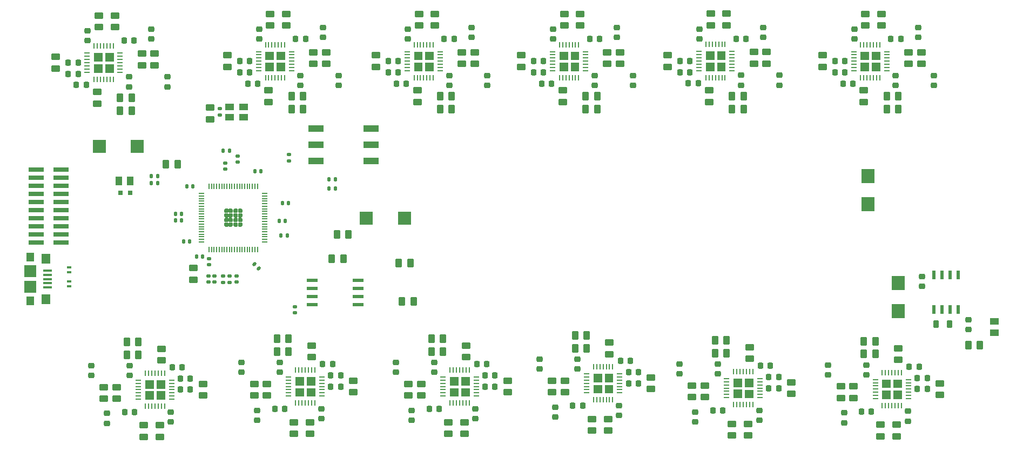
<source format=gbr>
%TF.GenerationSoftware,KiCad,Pcbnew,9.0.0*%
%TF.CreationDate,2025-04-24T16:42:49+01:00*%
%TF.ProjectId,DST,4453542e-6b69-4636-9164-5f7063625858,rev?*%
%TF.SameCoordinates,Original*%
%TF.FileFunction,Paste,Top*%
%TF.FilePolarity,Positive*%
%FSLAX46Y46*%
G04 Gerber Fmt 4.6, Leading zero omitted, Abs format (unit mm)*
G04 Created by KiCad (PCBNEW 9.0.0) date 2025-04-24 16:42:49*
%MOMM*%
%LPD*%
G01*
G04 APERTURE LIST*
G04 Aperture macros list*
%AMRoundRect*
0 Rectangle with rounded corners*
0 $1 Rounding radius*
0 $2 $3 $4 $5 $6 $7 $8 $9 X,Y pos of 4 corners*
0 Add a 4 corners polygon primitive as box body*
4,1,4,$2,$3,$4,$5,$6,$7,$8,$9,$2,$3,0*
0 Add four circle primitives for the rounded corners*
1,1,$1+$1,$2,$3*
1,1,$1+$1,$4,$5*
1,1,$1+$1,$6,$7*
1,1,$1+$1,$8,$9*
0 Add four rect primitives between the rounded corners*
20,1,$1+$1,$2,$3,$4,$5,0*
20,1,$1+$1,$4,$5,$6,$7,0*
20,1,$1+$1,$6,$7,$8,$9,0*
20,1,$1+$1,$8,$9,$2,$3,0*%
%AMFreePoly0*
4,1,19,0.252748,0.308718,0.308718,0.252748,0.329204,0.176292,0.329204,-0.176292,0.308718,-0.252748,0.252748,-0.308718,0.176292,-0.329204,-0.176292,-0.329204,-0.252748,-0.308718,-0.308718,-0.252748,-0.329204,-0.176292,-0.329204,0.049616,-0.308718,0.126072,-0.284417,0.157741,-0.157741,0.284417,-0.089193,0.323994,-0.049616,0.329204,0.176292,0.329204,0.252748,0.308718,0.252748,0.308718,
$1*%
%AMFreePoly1*
4,1,19,0.252748,0.308718,0.308718,0.252748,0.329204,0.176292,0.329204,-0.176292,0.308718,-0.252748,0.252748,-0.308718,0.176292,-0.329204,-0.049616,-0.329204,-0.126072,-0.308718,-0.157741,-0.284417,-0.284417,-0.157741,-0.323994,-0.089193,-0.329204,-0.049616,-0.329204,0.176292,-0.308718,0.252748,-0.252748,0.308718,-0.176292,0.329204,0.176292,0.329204,0.252748,0.308718,0.252748,0.308718,
$1*%
%AMFreePoly2*
4,1,19,0.126072,0.308718,0.157741,0.284417,0.284417,0.157741,0.323994,0.089193,0.329204,0.049616,0.329204,-0.176292,0.308718,-0.252748,0.252748,-0.308718,0.176292,-0.329204,-0.176292,-0.329204,-0.252748,-0.308718,-0.308718,-0.252748,-0.329204,-0.176292,-0.329204,0.176292,-0.308718,0.252748,-0.252748,0.308718,-0.176292,0.329204,0.049616,0.329204,0.126072,0.308718,0.126072,0.308718,
$1*%
%AMFreePoly3*
4,1,19,0.252748,0.308718,0.308718,0.252748,0.329204,0.176292,0.329204,-0.049616,0.308718,-0.126072,0.284417,-0.157741,0.157741,-0.284417,0.089193,-0.323994,0.049616,-0.329204,-0.176292,-0.329204,-0.252748,-0.308718,-0.308718,-0.252748,-0.329204,-0.176292,-0.329204,0.176292,-0.308718,0.252748,-0.252748,0.308718,-0.176292,0.329204,0.176292,0.329204,0.252748,0.308718,0.252748,0.308718,
$1*%
G04 Aperture macros list end*
%ADD10C,0.010000*%
%ADD11R,0.900000X0.254000*%
%ADD12R,0.254000X0.900000*%
%ADD13RoundRect,0.225000X-0.250000X0.225000X-0.250000X-0.225000X0.250000X-0.225000X0.250000X0.225000X0*%
%ADD14RoundRect,0.250000X0.450000X-0.262500X0.450000X0.262500X-0.450000X0.262500X-0.450000X-0.262500X0*%
%ADD15RoundRect,0.250000X-0.450000X0.262500X-0.450000X-0.262500X0.450000X-0.262500X0.450000X0.262500X0*%
%ADD16RoundRect,0.250000X0.262500X0.450000X-0.262500X0.450000X-0.262500X-0.450000X0.262500X-0.450000X0*%
%ADD17RoundRect,0.140000X0.140000X0.170000X-0.140000X0.170000X-0.140000X-0.170000X0.140000X-0.170000X0*%
%ADD18RoundRect,0.135000X-0.185000X0.135000X-0.185000X-0.135000X0.185000X-0.135000X0.185000X0.135000X0*%
%ADD19RoundRect,0.225000X0.225000X0.250000X-0.225000X0.250000X-0.225000X-0.250000X0.225000X-0.250000X0*%
%ADD20RoundRect,0.225000X0.250000X-0.225000X0.250000X0.225000X-0.250000X0.225000X-0.250000X-0.225000X0*%
%ADD21R,1.450000X1.100000*%
%ADD22R,2.150000X2.200000*%
%ADD23RoundRect,0.225000X-0.225000X-0.250000X0.225000X-0.250000X0.225000X0.250000X-0.225000X0.250000X0*%
%ADD24FreePoly0,180.000000*%
%ADD25FreePoly1,180.000000*%
%ADD26FreePoly2,180.000000*%
%ADD27FreePoly3,180.000000*%
%ADD28RoundRect,0.050000X0.350000X0.050000X-0.350000X0.050000X-0.350000X-0.050000X0.350000X-0.050000X0*%
%ADD29RoundRect,0.050000X0.050000X0.350000X-0.050000X0.350000X-0.050000X-0.350000X0.050000X-0.350000X0*%
%ADD30RoundRect,0.140000X-0.170000X0.140000X-0.170000X-0.140000X0.170000X-0.140000X0.170000X0.140000X0*%
%ADD31RoundRect,0.140000X0.170000X-0.140000X0.170000X0.140000X-0.170000X0.140000X-0.170000X-0.140000X0*%
%ADD32RoundRect,0.218750X-0.218750X-0.381250X0.218750X-0.381250X0.218750X0.381250X-0.218750X0.381250X0*%
%ADD33RoundRect,0.140000X-0.140000X-0.170000X0.140000X-0.170000X0.140000X0.170000X-0.140000X0.170000X0*%
%ADD34RoundRect,0.135000X-0.135000X-0.185000X0.135000X-0.185000X0.135000X0.185000X-0.135000X0.185000X0*%
%ADD35RoundRect,0.072500X0.732500X0.217500X-0.732500X0.217500X-0.732500X-0.217500X0.732500X-0.217500X0*%
%ADD36RoundRect,0.135000X0.135000X0.185000X-0.135000X0.185000X-0.135000X-0.185000X0.135000X-0.185000X0*%
%ADD37RoundRect,0.250000X-0.262500X-0.450000X0.262500X-0.450000X0.262500X0.450000X-0.262500X0.450000X0*%
%ADD38R,2.440000X1.130000*%
%ADD39R,2.000000X2.000000*%
%ADD40R,1.400000X1.100000*%
%ADD41R,0.700000X0.400000*%
%ADD42RoundRect,0.140000X0.219203X0.021213X0.021213X0.219203X-0.219203X-0.021213X-0.021213X-0.219203X0*%
%ADD43R,1.100000X1.450000*%
%ADD44RoundRect,0.147500X0.172500X-0.147500X0.172500X0.147500X-0.172500X0.147500X-0.172500X-0.147500X0*%
%ADD45R,2.400000X0.760000*%
%ADD46R,1.350000X0.400000*%
%ADD47R,1.400000X1.600000*%
%ADD48R,1.300000X1.450000*%
%ADD49R,1.900000X1.900000*%
%ADD50R,0.800000X0.800000*%
%ADD51R,0.600000X1.400000*%
%ADD52RoundRect,0.135000X0.185000X-0.135000X0.185000X0.135000X-0.185000X0.135000X-0.185000X-0.135000X0*%
G04 APERTURE END LIST*
D10*
%TO.C,U15*%
X106950000Y-66492620D02*
X105697380Y-66492620D01*
X105697380Y-65240000D01*
X106950000Y-65240000D01*
X106950000Y-66492620D01*
G36*
X106950000Y-66492620D02*
G01*
X105697380Y-66492620D01*
X105697380Y-65240000D01*
X106950000Y-65240000D01*
X106950000Y-66492620D01*
G37*
X106950000Y-64739577D02*
X105697460Y-64739577D01*
X105697460Y-63490000D01*
X106950000Y-63490000D01*
X106950000Y-64739577D01*
G36*
X106950000Y-64739577D02*
G01*
X105697460Y-64739577D01*
X105697460Y-63490000D01*
X106950000Y-63490000D01*
X106950000Y-64739577D01*
G37*
X108700000Y-66490400D02*
X107450067Y-66490400D01*
X107450067Y-65240000D01*
X108700000Y-65240000D01*
X108700000Y-66490400D01*
G36*
X108700000Y-66490400D02*
G01*
X107450067Y-66490400D01*
X107450067Y-65240000D01*
X108700000Y-65240000D01*
X108700000Y-66490400D01*
G37*
X108700000Y-64739822D02*
X107450178Y-64739822D01*
X107450178Y-63490000D01*
X108700000Y-63490000D01*
X108700000Y-64739822D01*
G36*
X108700000Y-64739822D02*
G01*
X107450178Y-64739822D01*
X107450178Y-63490000D01*
X108700000Y-63490000D01*
X108700000Y-64739822D01*
G37*
%TO.C,U9*%
X232252620Y-115901000D02*
X231000000Y-115901000D01*
X231000000Y-114648380D01*
X232252620Y-114648380D01*
X232252620Y-115901000D01*
G36*
X232252620Y-115901000D02*
G01*
X231000000Y-115901000D01*
X231000000Y-114648380D01*
X232252620Y-114648380D01*
X232252620Y-115901000D01*
G37*
X232252540Y-117651000D02*
X231000000Y-117651000D01*
X231000000Y-116401423D01*
X232252540Y-116401423D01*
X232252540Y-117651000D01*
G36*
X232252540Y-117651000D02*
G01*
X231000000Y-117651000D01*
X231000000Y-116401423D01*
X232252540Y-116401423D01*
X232252540Y-117651000D01*
G37*
X230499933Y-115901000D02*
X229250000Y-115901000D01*
X229250000Y-114650600D01*
X230499933Y-114650600D01*
X230499933Y-115901000D01*
G36*
X230499933Y-115901000D02*
G01*
X229250000Y-115901000D01*
X229250000Y-114650600D01*
X230499933Y-114650600D01*
X230499933Y-115901000D01*
G37*
X230499822Y-117651000D02*
X229250000Y-117651000D01*
X229250000Y-116401178D01*
X230499822Y-116401178D01*
X230499822Y-117651000D01*
G36*
X230499822Y-117651000D02*
G01*
X229250000Y-117651000D01*
X229250000Y-116401178D01*
X230499822Y-116401178D01*
X230499822Y-117651000D01*
G37*
%TO.C,U8*%
X208957620Y-115750000D02*
X207705000Y-115750000D01*
X207705000Y-114497380D01*
X208957620Y-114497380D01*
X208957620Y-115750000D01*
G36*
X208957620Y-115750000D02*
G01*
X207705000Y-115750000D01*
X207705000Y-114497380D01*
X208957620Y-114497380D01*
X208957620Y-115750000D01*
G37*
X208957540Y-117500000D02*
X207705000Y-117500000D01*
X207705000Y-116250423D01*
X208957540Y-116250423D01*
X208957540Y-117500000D01*
G36*
X208957540Y-117500000D02*
G01*
X207705000Y-117500000D01*
X207705000Y-116250423D01*
X208957540Y-116250423D01*
X208957540Y-117500000D01*
G37*
X207204933Y-115750000D02*
X205955000Y-115750000D01*
X205955000Y-114499600D01*
X207204933Y-114499600D01*
X207204933Y-115750000D01*
G36*
X207204933Y-115750000D02*
G01*
X205955000Y-115750000D01*
X205955000Y-114499600D01*
X207204933Y-114499600D01*
X207204933Y-115750000D01*
G37*
X207204822Y-117500000D02*
X205955000Y-117500000D01*
X205955000Y-116250178D01*
X207204822Y-116250178D01*
X207204822Y-117500000D01*
G36*
X207204822Y-117500000D02*
G01*
X205955000Y-117500000D01*
X205955000Y-116250178D01*
X207204822Y-116250178D01*
X207204822Y-117500000D01*
G37*
%TO.C,U5*%
X140297620Y-115500000D02*
X139045000Y-115500000D01*
X139045000Y-114247380D01*
X140297620Y-114247380D01*
X140297620Y-115500000D01*
G36*
X140297620Y-115500000D02*
G01*
X139045000Y-115500000D01*
X139045000Y-114247380D01*
X140297620Y-114247380D01*
X140297620Y-115500000D01*
G37*
X140297540Y-117250000D02*
X139045000Y-117250000D01*
X139045000Y-116000423D01*
X140297540Y-116000423D01*
X140297540Y-117250000D01*
G36*
X140297540Y-117250000D02*
G01*
X139045000Y-117250000D01*
X139045000Y-116000423D01*
X140297540Y-116000423D01*
X140297540Y-117250000D01*
G37*
X138544933Y-115500000D02*
X137295000Y-115500000D01*
X137295000Y-114249600D01*
X138544933Y-114249600D01*
X138544933Y-115500000D01*
G36*
X138544933Y-115500000D02*
G01*
X137295000Y-115500000D01*
X137295000Y-114249600D01*
X138544933Y-114249600D01*
X138544933Y-115500000D01*
G37*
X138544822Y-117250000D02*
X137295000Y-117250000D01*
X137295000Y-116000178D01*
X138544822Y-116000178D01*
X138544822Y-117250000D01*
G36*
X138544822Y-117250000D02*
G01*
X137295000Y-117250000D01*
X137295000Y-116000178D01*
X138544822Y-116000178D01*
X138544822Y-117250000D01*
G37*
%TO.C,U7*%
X187002620Y-115000000D02*
X185750000Y-115000000D01*
X185750000Y-113747380D01*
X187002620Y-113747380D01*
X187002620Y-115000000D01*
G36*
X187002620Y-115000000D02*
G01*
X185750000Y-115000000D01*
X185750000Y-113747380D01*
X187002620Y-113747380D01*
X187002620Y-115000000D01*
G37*
X187002540Y-116750000D02*
X185750000Y-116750000D01*
X185750000Y-115500423D01*
X187002540Y-115500423D01*
X187002540Y-116750000D01*
G36*
X187002540Y-116750000D02*
G01*
X185750000Y-116750000D01*
X185750000Y-115500423D01*
X187002540Y-115500423D01*
X187002540Y-116750000D01*
G37*
X185249933Y-115000000D02*
X184000000Y-115000000D01*
X184000000Y-113749600D01*
X185249933Y-113749600D01*
X185249933Y-115000000D01*
G36*
X185249933Y-115000000D02*
G01*
X184000000Y-115000000D01*
X184000000Y-113749600D01*
X185249933Y-113749600D01*
X185249933Y-115000000D01*
G37*
X185249822Y-116750000D02*
X184000000Y-116750000D01*
X184000000Y-115500178D01*
X185249822Y-115500178D01*
X185249822Y-116750000D01*
G36*
X185249822Y-116750000D02*
G01*
X184000000Y-116750000D01*
X184000000Y-115500178D01*
X185249822Y-115500178D01*
X185249822Y-116750000D01*
G37*
%TO.C,U4*%
X116752620Y-116000000D02*
X115500000Y-116000000D01*
X115500000Y-114747380D01*
X116752620Y-114747380D01*
X116752620Y-116000000D01*
G36*
X116752620Y-116000000D02*
G01*
X115500000Y-116000000D01*
X115500000Y-114747380D01*
X116752620Y-114747380D01*
X116752620Y-116000000D01*
G37*
X116752540Y-117750000D02*
X115500000Y-117750000D01*
X115500000Y-116500423D01*
X116752540Y-116500423D01*
X116752540Y-117750000D01*
G36*
X116752540Y-117750000D02*
G01*
X115500000Y-117750000D01*
X115500000Y-116500423D01*
X116752540Y-116500423D01*
X116752540Y-117750000D01*
G37*
X114999933Y-116000000D02*
X113750000Y-116000000D01*
X113750000Y-114749600D01*
X114999933Y-114749600D01*
X114999933Y-116000000D01*
G36*
X114999933Y-116000000D02*
G01*
X113750000Y-116000000D01*
X113750000Y-114749600D01*
X114999933Y-114749600D01*
X114999933Y-116000000D01*
G37*
X114999822Y-117750000D02*
X113750000Y-117750000D01*
X113750000Y-116500178D01*
X114999822Y-116500178D01*
X114999822Y-117750000D01*
G36*
X114999822Y-117750000D02*
G01*
X113750000Y-117750000D01*
X113750000Y-116500178D01*
X114999822Y-116500178D01*
X114999822Y-117750000D01*
G37*
%TO.C,U6*%
X164502620Y-115500000D02*
X163250000Y-115500000D01*
X163250000Y-114247380D01*
X164502620Y-114247380D01*
X164502620Y-115500000D01*
G36*
X164502620Y-115500000D02*
G01*
X163250000Y-115500000D01*
X163250000Y-114247380D01*
X164502620Y-114247380D01*
X164502620Y-115500000D01*
G37*
X164502540Y-117250000D02*
X163250000Y-117250000D01*
X163250000Y-116000423D01*
X164502540Y-116000423D01*
X164502540Y-117250000D01*
G36*
X164502540Y-117250000D02*
G01*
X163250000Y-117250000D01*
X163250000Y-116000423D01*
X164502540Y-116000423D01*
X164502540Y-117250000D01*
G37*
X162749933Y-115500000D02*
X161500000Y-115500000D01*
X161500000Y-114249600D01*
X162749933Y-114249600D01*
X162749933Y-115500000D01*
G36*
X162749933Y-115500000D02*
G01*
X161500000Y-115500000D01*
X161500000Y-114249600D01*
X162749933Y-114249600D01*
X162749933Y-115500000D01*
G37*
X162749822Y-117250000D02*
X161500000Y-117250000D01*
X161500000Y-116000178D01*
X162749822Y-116000178D01*
X162749822Y-117250000D01*
G36*
X162749822Y-117250000D02*
G01*
X161500000Y-117250000D01*
X161500000Y-116000178D01*
X162749822Y-116000178D01*
X162749822Y-117250000D01*
G37*
%TO.C,U10*%
X227115000Y-66252620D02*
X225862380Y-66252620D01*
X225862380Y-65000000D01*
X227115000Y-65000000D01*
X227115000Y-66252620D01*
G36*
X227115000Y-66252620D02*
G01*
X225862380Y-66252620D01*
X225862380Y-65000000D01*
X227115000Y-65000000D01*
X227115000Y-66252620D01*
G37*
X227115000Y-64499577D02*
X225862460Y-64499577D01*
X225862460Y-63250000D01*
X227115000Y-63250000D01*
X227115000Y-64499577D01*
G36*
X227115000Y-64499577D02*
G01*
X225862460Y-64499577D01*
X225862460Y-63250000D01*
X227115000Y-63250000D01*
X227115000Y-64499577D01*
G37*
X228865000Y-66250400D02*
X227615067Y-66250400D01*
X227615067Y-65000000D01*
X228865000Y-65000000D01*
X228865000Y-66250400D01*
G36*
X228865000Y-66250400D02*
G01*
X227615067Y-66250400D01*
X227615067Y-65000000D01*
X228865000Y-65000000D01*
X228865000Y-66250400D01*
G37*
X228865000Y-64499822D02*
X227615178Y-64499822D01*
X227615178Y-63250000D01*
X228865000Y-63250000D01*
X228865000Y-64499822D01*
G36*
X228865000Y-64499822D02*
G01*
X227615178Y-64499822D01*
X227615178Y-63250000D01*
X228865000Y-63250000D01*
X228865000Y-64499822D01*
G37*
%TO.C,U13*%
X157115000Y-66252620D02*
X155862380Y-66252620D01*
X155862380Y-65000000D01*
X157115000Y-65000000D01*
X157115000Y-66252620D01*
G36*
X157115000Y-66252620D02*
G01*
X155862380Y-66252620D01*
X155862380Y-65000000D01*
X157115000Y-65000000D01*
X157115000Y-66252620D01*
G37*
X157115000Y-64499577D02*
X155862460Y-64499577D01*
X155862460Y-63250000D01*
X157115000Y-63250000D01*
X157115000Y-64499577D01*
G36*
X157115000Y-64499577D02*
G01*
X155862460Y-64499577D01*
X155862460Y-63250000D01*
X157115000Y-63250000D01*
X157115000Y-64499577D01*
G37*
X158865000Y-66250400D02*
X157615067Y-66250400D01*
X157615067Y-65000000D01*
X158865000Y-65000000D01*
X158865000Y-66250400D01*
G36*
X158865000Y-66250400D02*
G01*
X157615067Y-66250400D01*
X157615067Y-65000000D01*
X158865000Y-65000000D01*
X158865000Y-66250400D01*
G37*
X158865000Y-64499822D02*
X157615178Y-64499822D01*
X157615178Y-63250000D01*
X158865000Y-63250000D01*
X158865000Y-64499822D01*
G36*
X158865000Y-64499822D02*
G01*
X157615178Y-64499822D01*
X157615178Y-63250000D01*
X158865000Y-63250000D01*
X158865000Y-64499822D01*
G37*
%TO.C,U12*%
X179910000Y-66252620D02*
X178657380Y-66252620D01*
X178657380Y-65000000D01*
X179910000Y-65000000D01*
X179910000Y-66252620D01*
G36*
X179910000Y-66252620D02*
G01*
X178657380Y-66252620D01*
X178657380Y-65000000D01*
X179910000Y-65000000D01*
X179910000Y-66252620D01*
G37*
X179910000Y-64499577D02*
X178657460Y-64499577D01*
X178657460Y-63250000D01*
X179910000Y-63250000D01*
X179910000Y-64499577D01*
G36*
X179910000Y-64499577D02*
G01*
X178657460Y-64499577D01*
X178657460Y-63250000D01*
X179910000Y-63250000D01*
X179910000Y-64499577D01*
G37*
X181660000Y-66250400D02*
X180410067Y-66250400D01*
X180410067Y-65000000D01*
X181660000Y-65000000D01*
X181660000Y-66250400D01*
G36*
X181660000Y-66250400D02*
G01*
X180410067Y-66250400D01*
X180410067Y-65000000D01*
X181660000Y-65000000D01*
X181660000Y-66250400D01*
G37*
X181660000Y-64499822D02*
X180410178Y-64499822D01*
X180410178Y-63250000D01*
X181660000Y-63250000D01*
X181660000Y-64499822D01*
G36*
X181660000Y-64499822D02*
G01*
X180410178Y-64499822D01*
X180410178Y-63250000D01*
X181660000Y-63250000D01*
X181660000Y-64499822D01*
G37*
%TO.C,U11*%
X202865000Y-66227620D02*
X201612380Y-66227620D01*
X201612380Y-64975000D01*
X202865000Y-64975000D01*
X202865000Y-66227620D01*
G36*
X202865000Y-66227620D02*
G01*
X201612380Y-66227620D01*
X201612380Y-64975000D01*
X202865000Y-64975000D01*
X202865000Y-66227620D01*
G37*
X202865000Y-64474577D02*
X201612460Y-64474577D01*
X201612460Y-63225000D01*
X202865000Y-63225000D01*
X202865000Y-64474577D01*
G36*
X202865000Y-64474577D02*
G01*
X201612460Y-64474577D01*
X201612460Y-63225000D01*
X202865000Y-63225000D01*
X202865000Y-64474577D01*
G37*
X204615000Y-66225400D02*
X203365067Y-66225400D01*
X203365067Y-64975000D01*
X204615000Y-64975000D01*
X204615000Y-66225400D01*
G36*
X204615000Y-66225400D02*
G01*
X203365067Y-66225400D01*
X203365067Y-64975000D01*
X204615000Y-64975000D01*
X204615000Y-66225400D01*
G37*
X204615000Y-64474822D02*
X203365178Y-64474822D01*
X203365178Y-63225000D01*
X204615000Y-63225000D01*
X204615000Y-64474822D01*
G36*
X204615000Y-64474822D02*
G01*
X203365178Y-64474822D01*
X203365178Y-63225000D01*
X204615000Y-63225000D01*
X204615000Y-64474822D01*
G37*
%TO.C,U14*%
X133820000Y-66252620D02*
X132567380Y-66252620D01*
X132567380Y-65000000D01*
X133820000Y-65000000D01*
X133820000Y-66252620D01*
G36*
X133820000Y-66252620D02*
G01*
X132567380Y-66252620D01*
X132567380Y-65000000D01*
X133820000Y-65000000D01*
X133820000Y-66252620D01*
G37*
X133820000Y-64499577D02*
X132567460Y-64499577D01*
X132567460Y-63250000D01*
X133820000Y-63250000D01*
X133820000Y-64499577D01*
G36*
X133820000Y-64499577D02*
G01*
X132567460Y-64499577D01*
X132567460Y-63250000D01*
X133820000Y-63250000D01*
X133820000Y-64499577D01*
G37*
X135570000Y-66250400D02*
X134320067Y-66250400D01*
X134320067Y-65000000D01*
X135570000Y-65000000D01*
X135570000Y-66250400D01*
G36*
X135570000Y-66250400D02*
G01*
X134320067Y-66250400D01*
X134320067Y-65000000D01*
X135570000Y-65000000D01*
X135570000Y-66250400D01*
G37*
X135570000Y-64499822D02*
X134320178Y-64499822D01*
X134320178Y-63250000D01*
X135570000Y-63250000D01*
X135570000Y-64499822D01*
G36*
X135570000Y-64499822D02*
G01*
X134320178Y-64499822D01*
X134320178Y-63250000D01*
X135570000Y-63250000D01*
X135570000Y-64499822D01*
G37*
%TD*%
D11*
%TO.C,U15*%
X104610000Y-63490000D03*
X104610000Y-63990000D03*
X104610000Y-64490000D03*
X104610000Y-64990000D03*
X104610000Y-65490000D03*
X104610000Y-65990000D03*
X104610000Y-66490000D03*
D12*
X105700000Y-67580000D03*
X106200000Y-67580000D03*
X106700000Y-67580000D03*
X107200000Y-67580000D03*
X107700000Y-67580000D03*
X108200000Y-67580000D03*
X108700000Y-67580000D03*
D11*
X109790000Y-66490000D03*
X109790000Y-65990000D03*
X109790000Y-65490000D03*
X109790000Y-64990000D03*
X109790000Y-64490000D03*
X109790000Y-63990000D03*
X109790000Y-63490000D03*
D12*
X108700000Y-62400000D03*
X108200000Y-62400000D03*
X107700000Y-62400000D03*
X107200000Y-62400000D03*
X106700000Y-62400000D03*
X106200000Y-62400000D03*
X105700000Y-62400000D03*
%TD*%
D11*
%TO.C,U9*%
X233340000Y-117651000D03*
X233340000Y-117151000D03*
X233340000Y-116651000D03*
X233340000Y-116151000D03*
X233340000Y-115651000D03*
X233340000Y-115151000D03*
X233340000Y-114651000D03*
D12*
X232250000Y-113561000D03*
X231750000Y-113561000D03*
X231250000Y-113561000D03*
X230750000Y-113561000D03*
X230250000Y-113561000D03*
X229750000Y-113561000D03*
X229250000Y-113561000D03*
D11*
X228160000Y-114651000D03*
X228160000Y-115151000D03*
X228160000Y-115651000D03*
X228160000Y-116151000D03*
X228160000Y-116651000D03*
X228160000Y-117151000D03*
X228160000Y-117651000D03*
D12*
X229250000Y-118741000D03*
X229750000Y-118741000D03*
X230250000Y-118741000D03*
X230750000Y-118741000D03*
X231250000Y-118741000D03*
X231750000Y-118741000D03*
X232250000Y-118741000D03*
%TD*%
D11*
%TO.C,U8*%
X210045000Y-117500000D03*
X210045000Y-117000000D03*
X210045000Y-116500000D03*
X210045000Y-116000000D03*
X210045000Y-115500000D03*
X210045000Y-115000000D03*
X210045000Y-114500000D03*
D12*
X208955000Y-113410000D03*
X208455000Y-113410000D03*
X207955000Y-113410000D03*
X207455000Y-113410000D03*
X206955000Y-113410000D03*
X206455000Y-113410000D03*
X205955000Y-113410000D03*
D11*
X204865000Y-114500000D03*
X204865000Y-115000000D03*
X204865000Y-115500000D03*
X204865000Y-116000000D03*
X204865000Y-116500000D03*
X204865000Y-117000000D03*
X204865000Y-117500000D03*
D12*
X205955000Y-118590000D03*
X206455000Y-118590000D03*
X206955000Y-118590000D03*
X207455000Y-118590000D03*
X207955000Y-118590000D03*
X208455000Y-118590000D03*
X208955000Y-118590000D03*
%TD*%
D11*
%TO.C,U5*%
X141385000Y-117250000D03*
X141385000Y-116750000D03*
X141385000Y-116250000D03*
X141385000Y-115750000D03*
X141385000Y-115250000D03*
X141385000Y-114750000D03*
X141385000Y-114250000D03*
D12*
X140295000Y-113160000D03*
X139795000Y-113160000D03*
X139295000Y-113160000D03*
X138795000Y-113160000D03*
X138295000Y-113160000D03*
X137795000Y-113160000D03*
X137295000Y-113160000D03*
D11*
X136205000Y-114250000D03*
X136205000Y-114750000D03*
X136205000Y-115250000D03*
X136205000Y-115750000D03*
X136205000Y-116250000D03*
X136205000Y-116750000D03*
X136205000Y-117250000D03*
D12*
X137295000Y-118340000D03*
X137795000Y-118340000D03*
X138295000Y-118340000D03*
X138795000Y-118340000D03*
X139295000Y-118340000D03*
X139795000Y-118340000D03*
X140295000Y-118340000D03*
%TD*%
D11*
%TO.C,U7*%
X188090000Y-116750000D03*
X188090000Y-116250000D03*
X188090000Y-115750000D03*
X188090000Y-115250000D03*
X188090000Y-114750000D03*
X188090000Y-114250000D03*
X188090000Y-113750000D03*
D12*
X187000000Y-112660000D03*
X186500000Y-112660000D03*
X186000000Y-112660000D03*
X185500000Y-112660000D03*
X185000000Y-112660000D03*
X184500000Y-112660000D03*
X184000000Y-112660000D03*
D11*
X182910000Y-113750000D03*
X182910000Y-114250000D03*
X182910000Y-114750000D03*
X182910000Y-115250000D03*
X182910000Y-115750000D03*
X182910000Y-116250000D03*
X182910000Y-116750000D03*
D12*
X184000000Y-117840000D03*
X184500000Y-117840000D03*
X185000000Y-117840000D03*
X185500000Y-117840000D03*
X186000000Y-117840000D03*
X186500000Y-117840000D03*
X187000000Y-117840000D03*
%TD*%
D11*
%TO.C,U4*%
X117840000Y-117750000D03*
X117840000Y-117250000D03*
X117840000Y-116750000D03*
X117840000Y-116250000D03*
X117840000Y-115750000D03*
X117840000Y-115250000D03*
X117840000Y-114750000D03*
D12*
X116750000Y-113660000D03*
X116250000Y-113660000D03*
X115750000Y-113660000D03*
X115250000Y-113660000D03*
X114750000Y-113660000D03*
X114250000Y-113660000D03*
X113750000Y-113660000D03*
D11*
X112660000Y-114750000D03*
X112660000Y-115250000D03*
X112660000Y-115750000D03*
X112660000Y-116250000D03*
X112660000Y-116750000D03*
X112660000Y-117250000D03*
X112660000Y-117750000D03*
D12*
X113750000Y-118840000D03*
X114250000Y-118840000D03*
X114750000Y-118840000D03*
X115250000Y-118840000D03*
X115750000Y-118840000D03*
X116250000Y-118840000D03*
X116750000Y-118840000D03*
%TD*%
D11*
%TO.C,U6*%
X165590000Y-117250000D03*
X165590000Y-116750000D03*
X165590000Y-116250000D03*
X165590000Y-115750000D03*
X165590000Y-115250000D03*
X165590000Y-114750000D03*
X165590000Y-114250000D03*
D12*
X164500000Y-113160000D03*
X164000000Y-113160000D03*
X163500000Y-113160000D03*
X163000000Y-113160000D03*
X162500000Y-113160000D03*
X162000000Y-113160000D03*
X161500000Y-113160000D03*
D11*
X160410000Y-114250000D03*
X160410000Y-114750000D03*
X160410000Y-115250000D03*
X160410000Y-115750000D03*
X160410000Y-116250000D03*
X160410000Y-116750000D03*
X160410000Y-117250000D03*
D12*
X161500000Y-118340000D03*
X162000000Y-118340000D03*
X162500000Y-118340000D03*
X163000000Y-118340000D03*
X163500000Y-118340000D03*
X164000000Y-118340000D03*
X164500000Y-118340000D03*
%TD*%
D11*
%TO.C,U10*%
X224775000Y-63250000D03*
X224775000Y-63750000D03*
X224775000Y-64250000D03*
X224775000Y-64750000D03*
X224775000Y-65250000D03*
X224775000Y-65750000D03*
X224775000Y-66250000D03*
D12*
X225865000Y-67340000D03*
X226365000Y-67340000D03*
X226865000Y-67340000D03*
X227365000Y-67340000D03*
X227865000Y-67340000D03*
X228365000Y-67340000D03*
X228865000Y-67340000D03*
D11*
X229955000Y-66250000D03*
X229955000Y-65750000D03*
X229955000Y-65250000D03*
X229955000Y-64750000D03*
X229955000Y-64250000D03*
X229955000Y-63750000D03*
X229955000Y-63250000D03*
D12*
X228865000Y-62160000D03*
X228365000Y-62160000D03*
X227865000Y-62160000D03*
X227365000Y-62160000D03*
X226865000Y-62160000D03*
X226365000Y-62160000D03*
X225865000Y-62160000D03*
%TD*%
D11*
%TO.C,U13*%
X154775000Y-63250000D03*
X154775000Y-63750000D03*
X154775000Y-64250000D03*
X154775000Y-64750000D03*
X154775000Y-65250000D03*
X154775000Y-65750000D03*
X154775000Y-66250000D03*
D12*
X155865000Y-67340000D03*
X156365000Y-67340000D03*
X156865000Y-67340000D03*
X157365000Y-67340000D03*
X157865000Y-67340000D03*
X158365000Y-67340000D03*
X158865000Y-67340000D03*
D11*
X159955000Y-66250000D03*
X159955000Y-65750000D03*
X159955000Y-65250000D03*
X159955000Y-64750000D03*
X159955000Y-64250000D03*
X159955000Y-63750000D03*
X159955000Y-63250000D03*
D12*
X158865000Y-62160000D03*
X158365000Y-62160000D03*
X157865000Y-62160000D03*
X157365000Y-62160000D03*
X156865000Y-62160000D03*
X156365000Y-62160000D03*
X155865000Y-62160000D03*
%TD*%
D11*
%TO.C,U12*%
X177570000Y-63250000D03*
X177570000Y-63750000D03*
X177570000Y-64250000D03*
X177570000Y-64750000D03*
X177570000Y-65250000D03*
X177570000Y-65750000D03*
X177570000Y-66250000D03*
D12*
X178660000Y-67340000D03*
X179160000Y-67340000D03*
X179660000Y-67340000D03*
X180160000Y-67340000D03*
X180660000Y-67340000D03*
X181160000Y-67340000D03*
X181660000Y-67340000D03*
D11*
X182750000Y-66250000D03*
X182750000Y-65750000D03*
X182750000Y-65250000D03*
X182750000Y-64750000D03*
X182750000Y-64250000D03*
X182750000Y-63750000D03*
X182750000Y-63250000D03*
D12*
X181660000Y-62160000D03*
X181160000Y-62160000D03*
X180660000Y-62160000D03*
X180160000Y-62160000D03*
X179660000Y-62160000D03*
X179160000Y-62160000D03*
X178660000Y-62160000D03*
%TD*%
D11*
%TO.C,U11*%
X200525000Y-63225000D03*
X200525000Y-63725000D03*
X200525000Y-64225000D03*
X200525000Y-64725000D03*
X200525000Y-65225000D03*
X200525000Y-65725000D03*
X200525000Y-66225000D03*
D12*
X201615000Y-67315000D03*
X202115000Y-67315000D03*
X202615000Y-67315000D03*
X203115000Y-67315000D03*
X203615000Y-67315000D03*
X204115000Y-67315000D03*
X204615000Y-67315000D03*
D11*
X205705000Y-66225000D03*
X205705000Y-65725000D03*
X205705000Y-65225000D03*
X205705000Y-64725000D03*
X205705000Y-64225000D03*
X205705000Y-63725000D03*
X205705000Y-63225000D03*
D12*
X204615000Y-62135000D03*
X204115000Y-62135000D03*
X203615000Y-62135000D03*
X203115000Y-62135000D03*
X202615000Y-62135000D03*
X202115000Y-62135000D03*
X201615000Y-62135000D03*
%TD*%
D11*
%TO.C,U14*%
X131480000Y-63250000D03*
X131480000Y-63750000D03*
X131480000Y-64250000D03*
X131480000Y-64750000D03*
X131480000Y-65250000D03*
X131480000Y-65750000D03*
X131480000Y-66250000D03*
D12*
X132570000Y-67340000D03*
X133070000Y-67340000D03*
X133570000Y-67340000D03*
X134070000Y-67340000D03*
X134570000Y-67340000D03*
X135070000Y-67340000D03*
X135570000Y-67340000D03*
D11*
X136660000Y-66250000D03*
X136660000Y-65750000D03*
X136660000Y-65250000D03*
X136660000Y-64750000D03*
X136660000Y-64250000D03*
X136660000Y-63750000D03*
X136660000Y-63250000D03*
D12*
X135570000Y-62160000D03*
X135070000Y-62160000D03*
X134570000Y-62160000D03*
X134070000Y-62160000D03*
X133570000Y-62160000D03*
X133070000Y-62160000D03*
X132570000Y-62160000D03*
%TD*%
D13*
%TO.C,C67*%
X210615000Y-59450000D03*
X210615000Y-61000000D03*
%TD*%
D14*
%TO.C,R54*%
X219865000Y-65662500D03*
X219865000Y-63837500D03*
%TD*%
D15*
%TO.C,R112*%
X115200000Y-63577500D03*
X115200000Y-65402500D03*
%TD*%
%TO.C,R55*%
X226615000Y-57337500D03*
X226615000Y-59162500D03*
%TD*%
%TO.C,R96*%
X165365000Y-63337500D03*
X165365000Y-65162500D03*
%TD*%
D16*
%TO.C,R58*%
X111612500Y-72490000D03*
X109787500Y-72490000D03*
%TD*%
D17*
%TO.C,C107*%
X131880000Y-82000000D03*
X130920000Y-82000000D03*
%TD*%
D15*
%TO.C,R86*%
X186500000Y-108837500D03*
X186500000Y-110662500D03*
%TD*%
D13*
%TO.C,C6*%
X117750000Y-119725000D03*
X117750000Y-121275000D03*
%TD*%
D18*
%TO.C,R67*%
X126900000Y-98390000D03*
X126900000Y-99410000D03*
%TD*%
D19*
%TO.C,C79*%
X154640000Y-68250000D03*
X153090000Y-68250000D03*
%TD*%
D14*
%TO.C,R52*%
X222750000Y-117563500D03*
X222750000Y-115738500D03*
%TD*%
D15*
%TO.C,R10*%
X109250000Y-115837500D03*
X109250000Y-117662500D03*
%TD*%
D20*
%TO.C,C26*%
X153000000Y-113525000D03*
X153000000Y-111975000D03*
%TD*%
D19*
%TO.C,C17*%
X135570000Y-119250000D03*
X134020000Y-119250000D03*
%TD*%
D20*
%TO.C,C11*%
X105250000Y-114025000D03*
X105250000Y-112475000D03*
%TD*%
D21*
%TO.C,D7*%
X246800000Y-107337500D03*
X246800000Y-105537500D03*
%TD*%
D22*
%TO.C,D1*%
X231750000Y-103950000D03*
X231750000Y-99550000D03*
%TD*%
D20*
%TO.C,C19*%
X131295000Y-121025000D03*
X131295000Y-119475000D03*
%TD*%
D13*
%TO.C,C98*%
X117200000Y-67215000D03*
X117200000Y-68765000D03*
%TD*%
D23*
%TO.C,C73*%
X183385000Y-61250000D03*
X184935000Y-61250000D03*
%TD*%
D24*
%TO.C,U1*%
X128600000Y-90375000D03*
D25*
X128600000Y-89650000D03*
D24*
X128600000Y-88925000D03*
D25*
X128600000Y-88200000D03*
D26*
X127875000Y-90375000D03*
D27*
X127875000Y-89650000D03*
D26*
X127875000Y-88925000D03*
D27*
X127875000Y-88200000D03*
D24*
X127150000Y-90375000D03*
D25*
X127150000Y-89650000D03*
D24*
X127150000Y-88925000D03*
D25*
X127150000Y-88200000D03*
D26*
X126425000Y-90375000D03*
D27*
X126425000Y-89650000D03*
D26*
X126425000Y-88925000D03*
D27*
X126425000Y-88200000D03*
D28*
X132462500Y-93087500D03*
X132462500Y-92687500D03*
X132462500Y-92287500D03*
X132462500Y-91887500D03*
X132462500Y-91487500D03*
X132462500Y-91087500D03*
X132462500Y-90687500D03*
X132462500Y-90287500D03*
X132462500Y-89887500D03*
X132462500Y-89487500D03*
X132462500Y-89087500D03*
X132462500Y-88687500D03*
X132462500Y-88287500D03*
X132462500Y-87887500D03*
X132462500Y-87487500D03*
X132462500Y-87087500D03*
X132462500Y-86687500D03*
X132462500Y-86287500D03*
X132462500Y-85887500D03*
X132462500Y-85487500D03*
D29*
X131312500Y-84337500D03*
X130912500Y-84337500D03*
X130512500Y-84337500D03*
X130112500Y-84337500D03*
X129712500Y-84337500D03*
X129312500Y-84337500D03*
X128912500Y-84337500D03*
X128512500Y-84337500D03*
X128112500Y-84337500D03*
X127712500Y-84337500D03*
X127312500Y-84337500D03*
X126912500Y-84337500D03*
X126512500Y-84337500D03*
X126112500Y-84337500D03*
X125712500Y-84337500D03*
X125312500Y-84337500D03*
X124912500Y-84337500D03*
X124512500Y-84337500D03*
X124112500Y-84337500D03*
X123712500Y-84337500D03*
D28*
X122562500Y-85487500D03*
X122562500Y-85887500D03*
X122562500Y-86287500D03*
X122562500Y-86687500D03*
X122562500Y-87087500D03*
X122562500Y-87487500D03*
X122562500Y-87887500D03*
X122562500Y-88287500D03*
X122562500Y-88687500D03*
X122562500Y-89087500D03*
X122562500Y-89487500D03*
X122562500Y-89887500D03*
X122562500Y-90287500D03*
X122562500Y-90687500D03*
X122562500Y-91087500D03*
X122562500Y-91487500D03*
X122562500Y-91887500D03*
X122562500Y-92287500D03*
X122562500Y-92687500D03*
X122562500Y-93087500D03*
D29*
X123712500Y-94237500D03*
X124112500Y-94237500D03*
X124512500Y-94237500D03*
X124912500Y-94237500D03*
X125312500Y-94237500D03*
X125712500Y-94237500D03*
X126112500Y-94237500D03*
X126512500Y-94237500D03*
X126912500Y-94237500D03*
X127312500Y-94237500D03*
X127712500Y-94237500D03*
X128112500Y-94237500D03*
X128512500Y-94237500D03*
X128912500Y-94237500D03*
X129312500Y-94237500D03*
X129712500Y-94237500D03*
X130112500Y-94237500D03*
X130512500Y-94237500D03*
X130912500Y-94237500D03*
X131312500Y-94237500D03*
%TD*%
D30*
%TO.C,C3*%
X137200000Y-103240000D03*
X137200000Y-104200000D03*
%TD*%
D14*
%TO.C,R25*%
X161250000Y-123162500D03*
X161250000Y-121337500D03*
%TD*%
D15*
%TO.C,R92*%
X208455000Y-109587500D03*
X208455000Y-111412500D03*
%TD*%
D16*
%TO.C,R40*%
X231777500Y-72250000D03*
X229952500Y-72250000D03*
%TD*%
%TO.C,R42*%
X207527500Y-72225000D03*
X205702500Y-72225000D03*
%TD*%
%TO.C,R56*%
X138482500Y-72250000D03*
X136657500Y-72250000D03*
%TD*%
D19*
%TO.C,C76*%
X153365000Y-66500000D03*
X151815000Y-66500000D03*
%TD*%
D14*
%TO.C,R102*%
X202115000Y-71137500D03*
X202115000Y-69312500D03*
%TD*%
%TO.C,R114*%
X133070000Y-71162500D03*
X133070000Y-69337500D03*
%TD*%
D23*
%TO.C,C44*%
X234750000Y-114401000D03*
X236300000Y-114401000D03*
%TD*%
D15*
%TO.C,R29*%
X157000000Y-115337500D03*
X157000000Y-117162500D03*
%TD*%
D14*
%TO.C,R11*%
X107250000Y-117662500D03*
X107250000Y-115837500D03*
%TD*%
D13*
%TO.C,C66*%
X213115000Y-66950000D03*
X213115000Y-68500000D03*
%TD*%
D14*
%TO.C,R20*%
X130795000Y-117162500D03*
X130795000Y-115337500D03*
%TD*%
D31*
%TO.C,C101*%
X128000000Y-99380000D03*
X128000000Y-98420000D03*
%TD*%
D13*
%TO.C,C59*%
X234865000Y-59475000D03*
X234865000Y-61025000D03*
%TD*%
D32*
%TO.C,L2*%
X237687500Y-106000000D03*
X239812500Y-106000000D03*
%TD*%
D30*
%TO.C,C111*%
X126300000Y-80740000D03*
X126300000Y-81700000D03*
%TD*%
D33*
%TO.C,C109*%
X118440000Y-89700000D03*
X119400000Y-89700000D03*
%TD*%
D19*
%TO.C,C55*%
X224640000Y-68250000D03*
X223090000Y-68250000D03*
%TD*%
D15*
%TO.C,R22*%
X170500000Y-114837500D03*
X170500000Y-116662500D03*
%TD*%
%TO.C,R37*%
X179500000Y-114837500D03*
X179500000Y-116662500D03*
%TD*%
D34*
%TO.C,R73*%
X142500000Y-84700000D03*
X143520000Y-84700000D03*
%TD*%
D13*
%TO.C,C88*%
X138070000Y-66975000D03*
X138070000Y-68525000D03*
%TD*%
D16*
%TO.C,R51*%
X228162500Y-110651000D03*
X226337500Y-110651000D03*
%TD*%
D35*
%TO.C,U3*%
X147105000Y-102905000D03*
X147105000Y-101635000D03*
X147105000Y-100365000D03*
X147105000Y-99095000D03*
X139895000Y-99095000D03*
X139895000Y-100365000D03*
X139895000Y-101635000D03*
X139895000Y-102905000D03*
%TD*%
D16*
%TO.C,R76*%
X155812500Y-102400000D03*
X153987500Y-102400000D03*
%TD*%
D13*
%TO.C,C75*%
X187660000Y-59475000D03*
X187660000Y-61025000D03*
%TD*%
D14*
%TO.C,R98*%
X126570000Y-65662500D03*
X126570000Y-63837500D03*
%TD*%
D20*
%TO.C,C10*%
X111250000Y-114025000D03*
X111250000Y-112475000D03*
%TD*%
D16*
%TO.C,R27*%
X160412500Y-110250000D03*
X158587500Y-110250000D03*
%TD*%
D23*
%TO.C,C89*%
X137295000Y-61250000D03*
X138845000Y-61250000D03*
%TD*%
%TO.C,C93*%
X101650000Y-64990000D03*
X103200000Y-64990000D03*
%TD*%
%TO.C,C97*%
X110425000Y-61490000D03*
X111975000Y-61490000D03*
%TD*%
D36*
%TO.C,R80*%
X115710000Y-82800000D03*
X114690000Y-82800000D03*
%TD*%
D19*
%TO.C,C25*%
X159775000Y-119250000D03*
X158225000Y-119250000D03*
%TD*%
D20*
%TO.C,C35*%
X178000000Y-120525000D03*
X178000000Y-118975000D03*
%TD*%
D19*
%TO.C,C63*%
X200390000Y-68225000D03*
X198840000Y-68225000D03*
%TD*%
D23*
%TO.C,C12*%
X142795000Y-114000000D03*
X144345000Y-114000000D03*
%TD*%
D20*
%TO.C,C34*%
X175500000Y-113025000D03*
X175500000Y-111475000D03*
%TD*%
D37*
%TO.C,R77*%
X153475000Y-96400000D03*
X155300000Y-96400000D03*
%TD*%
D38*
%TO.C,SW3*%
X140500000Y-75320000D03*
X149110000Y-75320000D03*
X140500000Y-77860000D03*
X149110000Y-77860000D03*
X140500000Y-80400000D03*
X149110000Y-80400000D03*
%TD*%
D23*
%TO.C,C61*%
X197565000Y-64725000D03*
X199115000Y-64725000D03*
%TD*%
D39*
%TO.C,SW2*%
X106500000Y-78100000D03*
X112500000Y-78100000D03*
%TD*%
D31*
%TO.C,C112*%
X123600000Y-99380000D03*
X123600000Y-98420000D03*
%TD*%
D19*
%TO.C,C8*%
X112025000Y-119750000D03*
X110475000Y-119750000D03*
%TD*%
%TO.C,C52*%
X223365000Y-66500000D03*
X221815000Y-66500000D03*
%TD*%
D14*
%TO.C,R17*%
X137045000Y-123162500D03*
X137045000Y-121337500D03*
%TD*%
D33*
%TO.C,C103*%
X120220000Y-84400000D03*
X121180000Y-84400000D03*
%TD*%
D19*
%TO.C,C49*%
X227525000Y-119651000D03*
X225975000Y-119651000D03*
%TD*%
D23*
%TO.C,C1*%
X117975000Y-112750000D03*
X119525000Y-112750000D03*
%TD*%
D20*
%TO.C,C43*%
X199955000Y-121275000D03*
X199955000Y-119725000D03*
%TD*%
%TO.C,C50*%
X220750000Y-113926000D03*
X220750000Y-112376000D03*
%TD*%
D19*
%TO.C,C68*%
X176160000Y-66500000D03*
X174610000Y-66500000D03*
%TD*%
D37*
%TO.C,R26*%
X181087500Y-107750000D03*
X182912500Y-107750000D03*
%TD*%
D20*
%TO.C,C86*%
X131570000Y-61275000D03*
X131570000Y-59725000D03*
%TD*%
D22*
%TO.C,D2*%
X227000000Y-87150000D03*
X227000000Y-82750000D03*
%TD*%
D16*
%TO.C,R48*%
X184572500Y-72250000D03*
X182747500Y-72250000D03*
%TD*%
D13*
%TO.C,C56*%
X231365000Y-66975000D03*
X231365000Y-68525000D03*
%TD*%
D33*
%TO.C,C114*%
X121740000Y-95400000D03*
X122700000Y-95400000D03*
%TD*%
D15*
%TO.C,R45*%
X201455000Y-115587500D03*
X201455000Y-117412500D03*
%TD*%
D16*
%TO.C,R43*%
X204867500Y-110500000D03*
X203042500Y-110500000D03*
%TD*%
D23*
%TO.C,C36*%
X211455000Y-114250000D03*
X213005000Y-114250000D03*
%TD*%
D20*
%TO.C,C16*%
X134795000Y-113525000D03*
X134795000Y-111975000D03*
%TD*%
D14*
%TO.C,R110*%
X156365000Y-71162500D03*
X156365000Y-69337500D03*
%TD*%
%TO.C,R70*%
X121300000Y-99025000D03*
X121300000Y-97200000D03*
%TD*%
D40*
%TO.C,U2*%
X129100000Y-73500000D03*
X129100000Y-71900000D03*
X126900000Y-71900000D03*
X126900000Y-73500000D03*
%TD*%
D31*
%TO.C,C113*%
X124600000Y-99380000D03*
X124600000Y-98420000D03*
%TD*%
D41*
%TO.C,D3*%
X101800000Y-97800000D03*
X101800000Y-97100000D03*
%TD*%
D15*
%TO.C,R72*%
X211115000Y-63312500D03*
X211115000Y-65137500D03*
%TD*%
D20*
%TO.C,C116*%
X242750000Y-106800000D03*
X242750000Y-105250000D03*
%TD*%
%TO.C,C27*%
X155500000Y-121025000D03*
X155500000Y-119475000D03*
%TD*%
D13*
%TO.C,C22*%
X165500000Y-119225000D03*
X165500000Y-120775000D03*
%TD*%
D20*
%TO.C,C70*%
X177660000Y-61275000D03*
X177660000Y-59725000D03*
%TD*%
D14*
%TO.C,R90*%
X149865000Y-65662500D03*
X149865000Y-63837500D03*
%TD*%
D13*
%TO.C,C14*%
X141295000Y-119225000D03*
X141295000Y-120775000D03*
%TD*%
D15*
%TO.C,R107*%
X106450000Y-57577500D03*
X106450000Y-59402500D03*
%TD*%
D23*
%TO.C,C81*%
X160590000Y-61250000D03*
X162140000Y-61250000D03*
%TD*%
D13*
%TO.C,C96*%
X111200000Y-67215000D03*
X111200000Y-68765000D03*
%TD*%
D15*
%TO.C,R85*%
X181910000Y-57337500D03*
X181910000Y-59162500D03*
%TD*%
D37*
%TO.C,R87*%
X182747500Y-70250000D03*
X184572500Y-70250000D03*
%TD*%
D20*
%TO.C,C78*%
X154865000Y-61275000D03*
X154865000Y-59725000D03*
%TD*%
D37*
%TO.C,R32*%
X203042500Y-108500000D03*
X204867500Y-108500000D03*
%TD*%
D39*
%TO.C,SW1*%
X154400000Y-89400000D03*
X148400000Y-89400000D03*
%TD*%
D14*
%TO.C,R89*%
X186160000Y-65162500D03*
X186160000Y-63337500D03*
%TD*%
D20*
%TO.C,C40*%
X203455000Y-113775000D03*
X203455000Y-112225000D03*
%TD*%
D15*
%TO.C,R101*%
X135820000Y-57337500D03*
X135820000Y-59162500D03*
%TD*%
D14*
%TO.C,R9*%
X113500000Y-123662500D03*
X113500000Y-121837500D03*
%TD*%
D19*
%TO.C,C37*%
X213005000Y-116000000D03*
X211455000Y-116000000D03*
%TD*%
D37*
%TO.C,R71*%
X205702500Y-70225000D03*
X207527500Y-70225000D03*
%TD*%
D33*
%TO.C,C104*%
X118440000Y-88700000D03*
X119400000Y-88700000D03*
%TD*%
D20*
%TO.C,C24*%
X159000000Y-113525000D03*
X159000000Y-111975000D03*
%TD*%
D14*
%TO.C,R97*%
X163365000Y-65162500D03*
X163365000Y-63337500D03*
%TD*%
D23*
%TO.C,C69*%
X174610000Y-64750000D03*
X176160000Y-64750000D03*
%TD*%
D15*
%TO.C,R94*%
X231750000Y-109738500D03*
X231750000Y-111563500D03*
%TD*%
D14*
%TO.C,R62*%
X195615000Y-65637500D03*
X195615000Y-63812500D03*
%TD*%
D19*
%TO.C,C60*%
X199115000Y-66475000D03*
X197565000Y-66475000D03*
%TD*%
D42*
%TO.C,C106*%
X131478822Y-97278822D03*
X130800000Y-96600000D03*
%TD*%
D20*
%TO.C,C7*%
X107750000Y-121525000D03*
X107750000Y-119975000D03*
%TD*%
D15*
%TO.C,R53*%
X224750000Y-115738500D03*
X224750000Y-117563500D03*
%TD*%
D14*
%TO.C,R33*%
X183750000Y-122662500D03*
X183750000Y-120837500D03*
%TD*%
D37*
%TO.C,R111*%
X109787500Y-70490000D03*
X111612500Y-70490000D03*
%TD*%
D15*
%TO.C,R93*%
X159115000Y-57337500D03*
X159115000Y-59162500D03*
%TD*%
D17*
%TO.C,C2*%
X126905000Y-78825000D03*
X125945000Y-78825000D03*
%TD*%
D14*
%TO.C,R44*%
X199455000Y-117412500D03*
X199455000Y-115587500D03*
%TD*%
D43*
%TO.C,D5*%
X111400000Y-83500000D03*
X109600000Y-83500000D03*
%TD*%
D18*
%TO.C,R68*%
X125900000Y-98400000D03*
X125900000Y-99420000D03*
%TD*%
D23*
%TO.C,C28*%
X189500000Y-113500000D03*
X191050000Y-113500000D03*
%TD*%
D14*
%TO.C,R39*%
X208205000Y-123412500D03*
X208205000Y-121587500D03*
%TD*%
D13*
%TO.C,C80*%
X161365000Y-66975000D03*
X161365000Y-68525000D03*
%TD*%
D37*
%TO.C,R79*%
X242750000Y-109250000D03*
X244575000Y-109250000D03*
%TD*%
D19*
%TO.C,C45*%
X236300000Y-116151000D03*
X234750000Y-116151000D03*
%TD*%
D37*
%TO.C,R34*%
X226337500Y-108651000D03*
X228162500Y-108651000D03*
%TD*%
D41*
%TO.C,D4*%
X101800000Y-99300000D03*
X101800000Y-100000000D03*
%TD*%
D14*
%TO.C,R113*%
X113200000Y-65402500D03*
X113200000Y-63577500D03*
%TD*%
D13*
%TO.C,C90*%
X144070000Y-66975000D03*
X144070000Y-68525000D03*
%TD*%
D15*
%TO.C,R57*%
X229115000Y-57337500D03*
X229115000Y-59162500D03*
%TD*%
D20*
%TO.C,C32*%
X181500000Y-113025000D03*
X181500000Y-111475000D03*
%TD*%
D14*
%TO.C,R78*%
X209115000Y-65137500D03*
X209115000Y-63312500D03*
%TD*%
D23*
%TO.C,C57*%
X230590000Y-61250000D03*
X232140000Y-61250000D03*
%TD*%
D20*
%TO.C,C54*%
X224865000Y-61275000D03*
X224865000Y-59725000D03*
%TD*%
D14*
%TO.C,R100*%
X226365000Y-71162500D03*
X226365000Y-69337500D03*
%TD*%
D20*
%TO.C,C94*%
X104700000Y-61515000D03*
X104700000Y-59965000D03*
%TD*%
D19*
%TO.C,C21*%
X168550000Y-115750000D03*
X167000000Y-115750000D03*
%TD*%
D23*
%TO.C,C47*%
X233475000Y-112651000D03*
X235025000Y-112651000D03*
%TD*%
D14*
%TO.C,R36*%
X177500000Y-116662500D03*
X177500000Y-114837500D03*
%TD*%
D23*
%TO.C,C31*%
X188225000Y-111750000D03*
X189775000Y-111750000D03*
%TD*%
D19*
%TO.C,C33*%
X182275000Y-118750000D03*
X180725000Y-118750000D03*
%TD*%
D23*
%TO.C,C20*%
X167000000Y-114000000D03*
X168550000Y-114000000D03*
%TD*%
D37*
%TO.C,R59*%
X229952500Y-70250000D03*
X231777500Y-70250000D03*
%TD*%
D30*
%TO.C,C108*%
X128200000Y-79620000D03*
X128200000Y-80580000D03*
%TD*%
D19*
%TO.C,C87*%
X131345000Y-68250000D03*
X129795000Y-68250000D03*
%TD*%
D16*
%TO.C,R19*%
X136207500Y-110250000D03*
X134382500Y-110250000D03*
%TD*%
%TO.C,R6*%
X112662500Y-110750000D03*
X110837500Y-110750000D03*
%TD*%
D13*
%TO.C,C46*%
X233250000Y-119626000D03*
X233250000Y-121176000D03*
%TD*%
D19*
%TO.C,C5*%
X120800000Y-116250000D03*
X119250000Y-116250000D03*
%TD*%
D17*
%TO.C,C102*%
X135960000Y-92100000D03*
X135000000Y-92100000D03*
%TD*%
D14*
%TO.C,R8*%
X116000000Y-123662500D03*
X116000000Y-121837500D03*
%TD*%
D13*
%TO.C,C72*%
X184160000Y-66975000D03*
X184160000Y-68525000D03*
%TD*%
D14*
%TO.C,R108*%
X179160000Y-71162500D03*
X179160000Y-69337500D03*
%TD*%
D37*
%TO.C,R103*%
X136657500Y-70250000D03*
X138482500Y-70250000D03*
%TD*%
%TO.C,R16*%
X110837500Y-108750000D03*
X112662500Y-108750000D03*
%TD*%
D23*
%TO.C,C9*%
X119250000Y-114500000D03*
X120800000Y-114500000D03*
%TD*%
D44*
%TO.C,L1*%
X123700000Y-96685000D03*
X123700000Y-95715000D03*
%TD*%
D15*
%TO.C,R63*%
X202365000Y-57312500D03*
X202365000Y-59137500D03*
%TD*%
%TO.C,R64*%
X116250000Y-109837500D03*
X116250000Y-111662500D03*
%TD*%
D23*
%TO.C,C15*%
X141520000Y-112250000D03*
X143070000Y-112250000D03*
%TD*%
D15*
%TO.C,R83*%
X179410000Y-57337500D03*
X179410000Y-59162500D03*
%TD*%
D13*
%TO.C,C64*%
X207115000Y-66950000D03*
X207115000Y-68500000D03*
%TD*%
D23*
%TO.C,C77*%
X151815000Y-64750000D03*
X153365000Y-64750000D03*
%TD*%
D15*
%TO.C,R69*%
X123902000Y-72012500D03*
X123902000Y-73837500D03*
%TD*%
D20*
%TO.C,C48*%
X226750000Y-113926000D03*
X226750000Y-112376000D03*
%TD*%
D19*
%TO.C,C29*%
X191050000Y-115250000D03*
X189500000Y-115250000D03*
%TD*%
D31*
%TO.C,C4*%
X125377000Y-73180000D03*
X125377000Y-72220000D03*
%TD*%
D19*
%TO.C,C92*%
X103200000Y-66740000D03*
X101650000Y-66740000D03*
%TD*%
D20*
%TO.C,C51*%
X223250000Y-121426000D03*
X223250000Y-119876000D03*
%TD*%
D15*
%TO.C,R109*%
X108950000Y-57577500D03*
X108950000Y-59402500D03*
%TD*%
D13*
%TO.C,C82*%
X167365000Y-66975000D03*
X167365000Y-68525000D03*
%TD*%
D16*
%TO.C,R50*%
X161777500Y-72250000D03*
X159952500Y-72250000D03*
%TD*%
D13*
%TO.C,C58*%
X237365000Y-66975000D03*
X237365000Y-68525000D03*
%TD*%
D45*
%TO.C,J3*%
X96600000Y-81772500D03*
X100500000Y-81772500D03*
X96600000Y-83042500D03*
X100500000Y-83042500D03*
X96600000Y-84312500D03*
X100500000Y-84312500D03*
X96600000Y-85582500D03*
X100500000Y-85582500D03*
X96600000Y-86852500D03*
X100500000Y-86852500D03*
X96600000Y-88122500D03*
X100500000Y-88122500D03*
X96600000Y-89392500D03*
X100500000Y-89392500D03*
X96600000Y-90662500D03*
X100500000Y-90662500D03*
X96600000Y-91932500D03*
X100500000Y-91932500D03*
X96600000Y-93202500D03*
X100500000Y-93202500D03*
%TD*%
D14*
%TO.C,R49*%
X229000000Y-123563500D03*
X229000000Y-121738500D03*
%TD*%
D37*
%TO.C,R24*%
X158587500Y-108250000D03*
X160412500Y-108250000D03*
%TD*%
D15*
%TO.C,R30*%
X193000000Y-114337500D03*
X193000000Y-116162500D03*
%TD*%
D46*
%TO.C,J14*%
X98400000Y-97600000D03*
X98400000Y-98250000D03*
X98400000Y-98900000D03*
X98400000Y-99550000D03*
X98400000Y-100200000D03*
D47*
X98175000Y-95700000D03*
X98175000Y-102100000D03*
D48*
X95725000Y-102325000D03*
D49*
X95725000Y-100100000D03*
X95725000Y-97700000D03*
D48*
X95725000Y-95475000D03*
%TD*%
D17*
%TO.C,C100*%
X136180000Y-87000000D03*
X135220000Y-87000000D03*
%TD*%
D13*
%TO.C,C99*%
X114700000Y-59715000D03*
X114700000Y-61265000D03*
%TD*%
D20*
%TO.C,C18*%
X128795000Y-113525000D03*
X128795000Y-111975000D03*
%TD*%
D14*
%TO.C,R23*%
X163750000Y-123162500D03*
X163750000Y-121337500D03*
%TD*%
D15*
%TO.C,R21*%
X132795000Y-115337500D03*
X132795000Y-117162500D03*
%TD*%
D14*
%TO.C,R81*%
X172660000Y-65662500D03*
X172660000Y-63837500D03*
%TD*%
D15*
%TO.C,R46*%
X238250000Y-115238500D03*
X238250000Y-117063500D03*
%TD*%
D36*
%TO.C,R82*%
X115710000Y-83900000D03*
X114690000Y-83900000D03*
%TD*%
D13*
%TO.C,C38*%
X209955000Y-119475000D03*
X209955000Y-121025000D03*
%TD*%
D14*
%TO.C,R61*%
X233365000Y-65162500D03*
X233365000Y-63337500D03*
%TD*%
D15*
%TO.C,R84*%
X164000000Y-109337500D03*
X164000000Y-111162500D03*
%TD*%
D17*
%TO.C,C110*%
X135660000Y-89800000D03*
X134700000Y-89800000D03*
%TD*%
D20*
%TO.C,C115*%
X235500000Y-100050000D03*
X235500000Y-98500000D03*
%TD*%
D19*
%TO.C,C71*%
X177435000Y-68250000D03*
X175885000Y-68250000D03*
%TD*%
D14*
%TO.C,R105*%
X140070000Y-65162500D03*
X140070000Y-63337500D03*
%TD*%
D37*
%TO.C,R5*%
X116987500Y-80900000D03*
X118812500Y-80900000D03*
%TD*%
D23*
%TO.C,C39*%
X210180000Y-112500000D03*
X211730000Y-112500000D03*
%TD*%
D15*
%TO.C,R65*%
X204865000Y-57312500D03*
X204865000Y-59137500D03*
%TD*%
%TO.C,R104*%
X142070000Y-63337500D03*
X142070000Y-65162500D03*
%TD*%
D19*
%TO.C,C13*%
X144345000Y-115750000D03*
X142795000Y-115750000D03*
%TD*%
D37*
%TO.C,R95*%
X159952500Y-70250000D03*
X161777500Y-70250000D03*
%TD*%
D13*
%TO.C,C30*%
X188000000Y-118725000D03*
X188000000Y-120275000D03*
%TD*%
D50*
%TO.C,D6*%
X111350000Y-85400000D03*
X109850000Y-85400000D03*
%TD*%
D23*
%TO.C,C53*%
X221815000Y-64750000D03*
X223365000Y-64750000D03*
%TD*%
D15*
%TO.C,R60*%
X235365000Y-63337500D03*
X235365000Y-65162500D03*
%TD*%
D14*
%TO.C,R106*%
X99700000Y-65902500D03*
X99700000Y-64077500D03*
%TD*%
D34*
%TO.C,R74*%
X142490000Y-83300000D03*
X143510000Y-83300000D03*
%TD*%
D15*
%TO.C,R14*%
X146295000Y-114837500D03*
X146295000Y-116662500D03*
%TD*%
D14*
%TO.C,R15*%
X139545000Y-123162500D03*
X139545000Y-121337500D03*
%TD*%
D33*
%TO.C,C105*%
X119740000Y-93000000D03*
X120700000Y-93000000D03*
%TD*%
D14*
%TO.C,R28*%
X155000000Y-117162500D03*
X155000000Y-115337500D03*
%TD*%
D16*
%TO.C,R35*%
X182912500Y-109750000D03*
X181087500Y-109750000D03*
%TD*%
D51*
%TO.C,U16*%
X237345000Y-103700000D03*
X238615000Y-103700000D03*
X239885000Y-103700000D03*
X241155000Y-103700000D03*
X241155000Y-98300000D03*
X239885000Y-98300000D03*
X238615000Y-98300000D03*
X237345000Y-98300000D03*
%TD*%
D16*
%TO.C,R4*%
X145600000Y-91900000D03*
X143775000Y-91900000D03*
%TD*%
D14*
%TO.C,R41*%
X205705000Y-123412500D03*
X205705000Y-121587500D03*
%TD*%
D15*
%TO.C,R91*%
X156615000Y-57337500D03*
X156615000Y-59162500D03*
%TD*%
%TO.C,R99*%
X133320000Y-57337500D03*
X133320000Y-59162500D03*
%TD*%
D13*
%TO.C,C91*%
X141570000Y-59475000D03*
X141570000Y-61025000D03*
%TD*%
D19*
%TO.C,C84*%
X130070000Y-66500000D03*
X128520000Y-66500000D03*
%TD*%
D37*
%TO.C,R3*%
X142975000Y-95700000D03*
X144800000Y-95700000D03*
%TD*%
D15*
%TO.C,R66*%
X139795000Y-109337500D03*
X139795000Y-111162500D03*
%TD*%
D14*
%TO.C,R115*%
X106200000Y-71402500D03*
X106200000Y-69577500D03*
%TD*%
D20*
%TO.C,C62*%
X200615000Y-61250000D03*
X200615000Y-59700000D03*
%TD*%
D23*
%TO.C,C65*%
X206340000Y-61225000D03*
X207890000Y-61225000D03*
%TD*%
D14*
%TO.C,R47*%
X231500000Y-123563500D03*
X231500000Y-121738500D03*
%TD*%
D13*
%TO.C,C74*%
X190160000Y-66975000D03*
X190160000Y-68525000D03*
%TD*%
D23*
%TO.C,C85*%
X128520000Y-64750000D03*
X130070000Y-64750000D03*
%TD*%
D15*
%TO.C,R13*%
X122750000Y-115337500D03*
X122750000Y-117162500D03*
%TD*%
D19*
%TO.C,C41*%
X204230000Y-119500000D03*
X202680000Y-119500000D03*
%TD*%
D15*
%TO.C,R38*%
X214955000Y-115087500D03*
X214955000Y-116912500D03*
%TD*%
D23*
%TO.C,C23*%
X165725000Y-112250000D03*
X167275000Y-112250000D03*
%TD*%
D37*
%TO.C,R18*%
X134382500Y-108250000D03*
X136207500Y-108250000D03*
%TD*%
D20*
%TO.C,C42*%
X197455000Y-113775000D03*
X197455000Y-112225000D03*
%TD*%
D13*
%TO.C,C83*%
X164865000Y-59475000D03*
X164865000Y-61025000D03*
%TD*%
D14*
%TO.C,R31*%
X186250000Y-122662500D03*
X186250000Y-120837500D03*
%TD*%
D15*
%TO.C,R88*%
X188160000Y-63337500D03*
X188160000Y-65162500D03*
%TD*%
D52*
%TO.C,R75*%
X136245000Y-80420000D03*
X136245000Y-79400000D03*
%TD*%
D19*
%TO.C,C95*%
X104475000Y-68490000D03*
X102925000Y-68490000D03*
%TD*%
M02*

</source>
